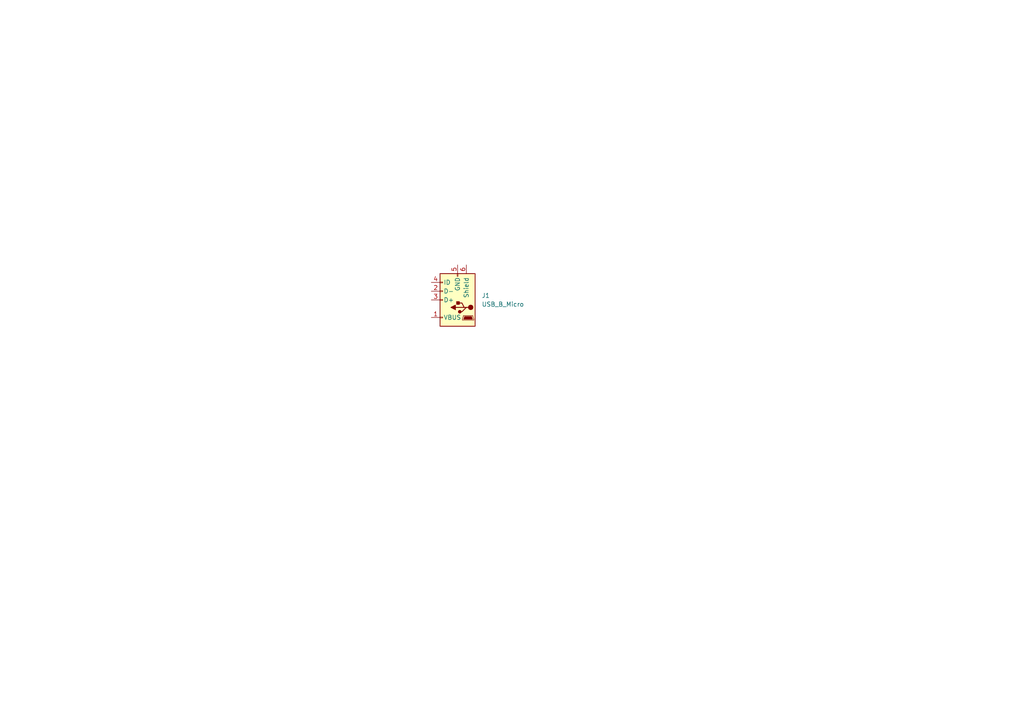
<source format=kicad_sch>
(kicad_sch (version 20211123) (generator eeschema)

  (uuid cbe634fc-4704-4807-bff4-35e8e356ce69)

  (paper "A4")

  (lib_symbols
    (symbol "Connector:USB_B_Micro" (pin_names (offset 1.016)) (in_bom yes) (on_board yes)
      (property "Reference" "J" (id 0) (at -5.08 11.43 0)
        (effects (font (size 1.27 1.27)) (justify left))
      )
      (property "Value" "USB_B_Micro" (id 1) (at -5.08 8.89 0)
        (effects (font (size 1.27 1.27)) (justify left))
      )
      (property "Footprint" "" (id 2) (at 3.81 -1.27 0)
        (effects (font (size 1.27 1.27)) hide)
      )
      (property "Datasheet" "~" (id 3) (at 3.81 -1.27 0)
        (effects (font (size 1.27 1.27)) hide)
      )
      (property "ki_keywords" "connector USB micro" (id 4) (at 0 0 0)
        (effects (font (size 1.27 1.27)) hide)
      )
      (property "ki_description" "USB Micro Type B connector" (id 5) (at 0 0 0)
        (effects (font (size 1.27 1.27)) hide)
      )
      (property "ki_fp_filters" "USB*" (id 6) (at 0 0 0)
        (effects (font (size 1.27 1.27)) hide)
      )
      (symbol "USB_B_Micro_0_1"
        (rectangle (start -5.08 -7.62) (end 5.08 7.62)
          (stroke (width 0.254) (type default) (color 0 0 0 0))
          (fill (type background))
        )
        (circle (center -3.81 2.159) (radius 0.635)
          (stroke (width 0.254) (type default) (color 0 0 0 0))
          (fill (type outline))
        )
        (circle (center -0.635 3.429) (radius 0.381)
          (stroke (width 0.254) (type default) (color 0 0 0 0))
          (fill (type outline))
        )
        (rectangle (start -0.127 -7.62) (end 0.127 -6.858)
          (stroke (width 0) (type default) (color 0 0 0 0))
          (fill (type none))
        )
        (polyline
          (pts
            (xy -1.905 2.159)
            (xy 0.635 2.159)
          )
          (stroke (width 0.254) (type default) (color 0 0 0 0))
          (fill (type none))
        )
        (polyline
          (pts
            (xy -3.175 2.159)
            (xy -2.54 2.159)
            (xy -1.27 3.429)
            (xy -0.635 3.429)
          )
          (stroke (width 0.254) (type default) (color 0 0 0 0))
          (fill (type none))
        )
        (polyline
          (pts
            (xy -2.54 2.159)
            (xy -1.905 2.159)
            (xy -1.27 0.889)
            (xy 0 0.889)
          )
          (stroke (width 0.254) (type default) (color 0 0 0 0))
          (fill (type none))
        )
        (polyline
          (pts
            (xy 0.635 2.794)
            (xy 0.635 1.524)
            (xy 1.905 2.159)
            (xy 0.635 2.794)
          )
          (stroke (width 0.254) (type default) (color 0 0 0 0))
          (fill (type outline))
        )
        (polyline
          (pts
            (xy -4.318 5.588)
            (xy -1.778 5.588)
            (xy -2.032 4.826)
            (xy -4.064 4.826)
            (xy -4.318 5.588)
          )
          (stroke (width 0) (type default) (color 0 0 0 0))
          (fill (type outline))
        )
        (polyline
          (pts
            (xy -4.699 5.842)
            (xy -4.699 5.588)
            (xy -4.445 4.826)
            (xy -4.445 4.572)
            (xy -1.651 4.572)
            (xy -1.651 4.826)
            (xy -1.397 5.588)
            (xy -1.397 5.842)
            (xy -4.699 5.842)
          )
          (stroke (width 0) (type default) (color 0 0 0 0))
          (fill (type none))
        )
        (rectangle (start 0.254 1.27) (end -0.508 0.508)
          (stroke (width 0.254) (type default) (color 0 0 0 0))
          (fill (type outline))
        )
        (rectangle (start 5.08 -5.207) (end 4.318 -4.953)
          (stroke (width 0) (type default) (color 0 0 0 0))
          (fill (type none))
        )
        (rectangle (start 5.08 -2.667) (end 4.318 -2.413)
          (stroke (width 0) (type default) (color 0 0 0 0))
          (fill (type none))
        )
        (rectangle (start 5.08 -0.127) (end 4.318 0.127)
          (stroke (width 0) (type default) (color 0 0 0 0))
          (fill (type none))
        )
        (rectangle (start 5.08 4.953) (end 4.318 5.207)
          (stroke (width 0) (type default) (color 0 0 0 0))
          (fill (type none))
        )
      )
      (symbol "USB_B_Micro_1_1"
        (pin power_out line (at 7.62 5.08 180) (length 2.54)
          (name "VBUS" (effects (font (size 1.27 1.27))))
          (number "1" (effects (font (size 1.27 1.27))))
        )
        (pin bidirectional line (at 7.62 -2.54 180) (length 2.54)
          (name "D-" (effects (font (size 1.27 1.27))))
          (number "2" (effects (font (size 1.27 1.27))))
        )
        (pin bidirectional line (at 7.62 0 180) (length 2.54)
          (name "D+" (effects (font (size 1.27 1.27))))
          (number "3" (effects (font (size 1.27 1.27))))
        )
        (pin passive line (at 7.62 -5.08 180) (length 2.54)
          (name "ID" (effects (font (size 1.27 1.27))))
          (number "4" (effects (font (size 1.27 1.27))))
        )
        (pin power_out line (at 0 -10.16 90) (length 2.54)
          (name "GND" (effects (font (size 1.27 1.27))))
          (number "5" (effects (font (size 1.27 1.27))))
        )
        (pin passive line (at -2.54 -10.16 90) (length 2.54)
          (name "Shield" (effects (font (size 1.27 1.27))))
          (number "6" (effects (font (size 1.27 1.27))))
        )
      )
    )
  )


  (symbol (lib_id "Connector:USB_B_Micro") (at 132.715 86.995 180) (unit 1)
    (in_bom yes) (on_board yes) (fields_autoplaced)
    (uuid b470022b-f546-40ad-a6f1-594a58a1426d)
    (property "Reference" "J1" (id 0) (at 139.7 85.7249 0)
      (effects (font (size 1.27 1.27)) (justify right))
    )
    (property "Value" "USB_B_Micro" (id 1) (at 139.7 88.2649 0)
      (effects (font (size 1.27 1.27)) (justify right))
    )
    (property "Footprint" "Connector_USB:USB_Micro-B_Amphenol_10118194_Horizontal" (id 2) (at 128.905 85.725 0)
      (effects (font (size 1.27 1.27)) hide)
    )
    (property "Datasheet" "~" (id 3) (at 128.905 85.725 0)
      (effects (font (size 1.27 1.27)) hide)
    )
    (pin "1" (uuid 0868edca-2a8c-4d82-9715-5053e58d8a20))
    (pin "2" (uuid 22518dbb-e691-403f-854b-05d1465616c1))
    (pin "3" (uuid 00ed1a18-6bc5-4e8e-bc30-dfd176ed76f0))
    (pin "4" (uuid 2602f97f-9866-4316-9091-ab7ef310af8c))
    (pin "5" (uuid 0b9d637e-a8d6-414f-97b3-12a02c37c731))
    (pin "6" (uuid aafb8ebe-9808-4b59-a3ba-2a55c1dd0de1))
  )
)

</source>
